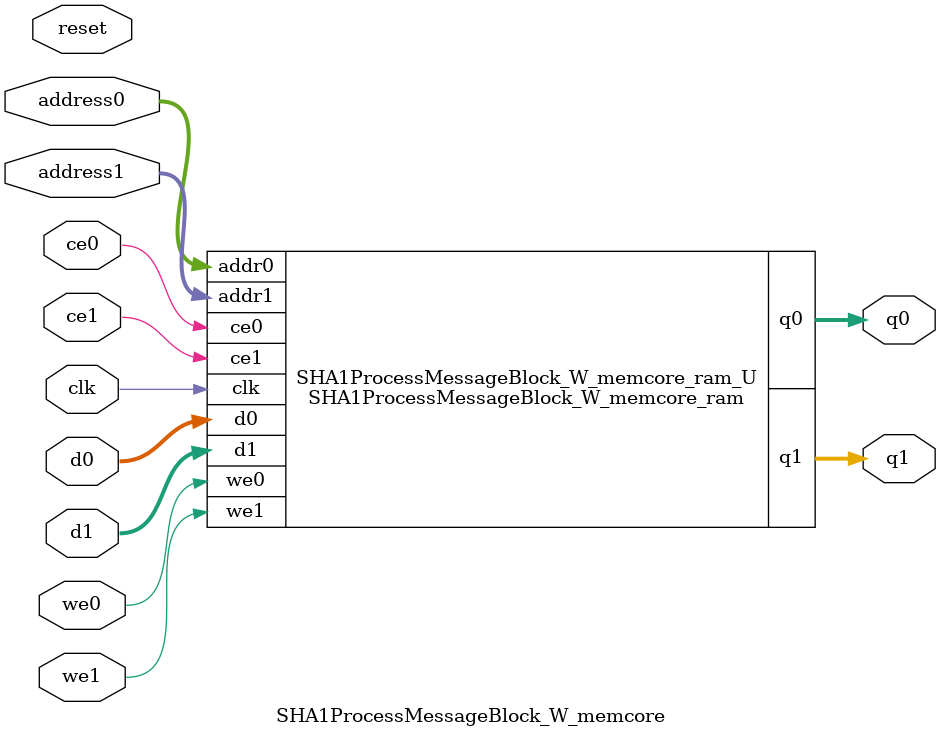
<source format=v>

`timescale 1 ns / 1 ps
module SHA1ProcessMessageBlock_W_memcore_ram (addr0, ce0, d0, we0, q0, addr1, ce1, d1, we1, q1,  clk);

parameter DWIDTH = 32;
parameter AWIDTH = 7;
parameter MEM_SIZE = 80;

input[AWIDTH-1:0] addr0;
input ce0;
input[DWIDTH-1:0] d0;
input we0;
output reg[DWIDTH-1:0] q0;
input[AWIDTH-1:0] addr1;
input ce1;
input[DWIDTH-1:0] d1;
input we1;
output reg[DWIDTH-1:0] q1;
input clk;

(* ram_style = "block" *)reg [DWIDTH-1:0] ram[MEM_SIZE-1:0];




always @(posedge clk)  
begin 
    if (ce0) 
    begin
        if (we0) 
        begin 
            ram[addr0] <= d0; 
            q0 <= d0;
        end 
        else 
            q0 <= ram[addr0];
    end
end


always @(posedge clk)  
begin 
    if (ce1) 
    begin
        if (we1) 
        begin 
            ram[addr1] <= d1; 
            q1 <= d1;
        end 
        else 
            q1 <= ram[addr1];
    end
end


endmodule


`timescale 1 ns / 1 ps
module SHA1ProcessMessageBlock_W_memcore(
    reset,
    clk,
    address0,
    ce0,
    we0,
    d0,
    q0,
    address1,
    ce1,
    we1,
    d1,
    q1);

parameter DataWidth = 32'd32;
parameter AddressRange = 32'd80;
parameter AddressWidth = 32'd7;
input reset;
input clk;
input[AddressWidth - 1:0] address0;
input ce0;
input we0;
input[DataWidth - 1:0] d0;
output[DataWidth - 1:0] q0;
input[AddressWidth - 1:0] address1;
input ce1;
input we1;
input[DataWidth - 1:0] d1;
output[DataWidth - 1:0] q1;



SHA1ProcessMessageBlock_W_memcore_ram SHA1ProcessMessageBlock_W_memcore_ram_U(
    .clk( clk ),
    .addr0( address0 ),
    .ce0( ce0 ),
    .d0( d0 ),
    .we0( we0 ),
    .q0( q0 ),
    .addr1( address1 ),
    .ce1( ce1 ),
    .d1( d1 ),
    .we1( we1 ),
    .q1( q1 ));

endmodule


</source>
